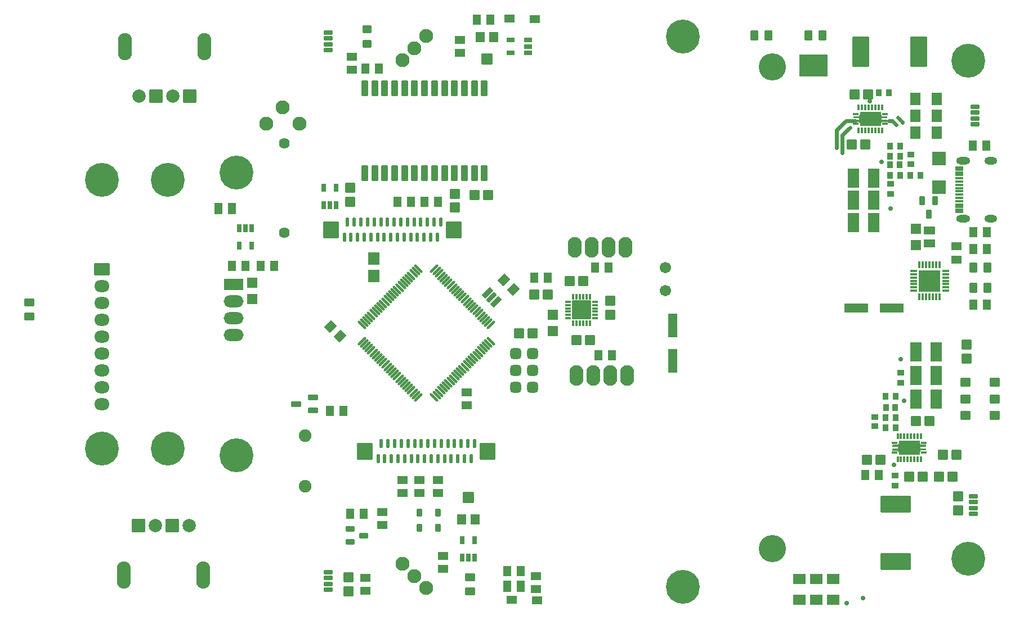
<source format=gts>
G04 Layer: TopSolderMaskLayer*
G04 EasyEDA Pro v2.2.40.8, 2025-09-21 19:38:57*
G04 Gerber Generator version 0.3*
G04 Scale: 100 percent, Rotated: No, Reflected: No*
G04 Dimensions in millimeters*
G04 Leading zeros omitted, absolute positions, 4 integers and 5 decimals*
G04 Generated by one-click*
%FSLAX45Y45*%
%MOMM*%
%AMRoundRect*1,1,$1,$2,$3*1,1,$1,$4,$5*1,1,$1,0-$2,0-$3*1,1,$1,0-$4,0-$5*20,1,$1,$2,$3,$4,$5,0*20,1,$1,$4,$5,0-$2,0-$3,0*20,1,$1,0-$2,0-$3,0-$4,0-$5,0*20,1,$1,0-$4,0-$5,$2,$3,0*4,1,4,$2,$3,$4,$5,0-$2,0-$3,0-$4,0-$5,$2,$3,0*%
%AMOval*1,1,$1,$2,$3*1,1,$1,$4,$5*20,1,$1,$2,$3,$4,$5,0*%
%ADD10C,0.6096*%
%ADD11C,5.102*%
%ADD12O,2.102X4.102*%
%ADD13C,0.7116*%
%ADD14RoundRect,0.09387X-0.57013X0.69237X0.57013X0.69237*%
%ADD15RoundRect,0.09387X-0.69237X-0.57013X-0.69237X0.57013*%
%ADD16C,1.9016*%
%ADD17RoundRect,0.1742X-0.64366X-0.36866X-0.64366X0.36866*%
%ADD18RoundRect,0.16588X-0.64366X-0.36866X-0.64366X0.36866*%
%ADD19Oval,0.38161X-0.46669X0.46669X0.46669X-0.46669*%
%ADD20Oval,0.38161X-0.46669X-0.46669X0.46669X0.46669*%
%ADD21RoundRect,0.08982X-0.80429X-0.33545X0.33629X0.80394*%
%ADD22RoundRect,0.08722X-0.75311X-0.38851X0.3893X0.75271*%
%ADD23RoundRect,0.09387X-0.08643X-0.89272X-0.89272X-0.08643*%
%ADD24RoundRect,0.09495X-0.70833X0.67833X0.70833X0.67833*%
%ADD25RoundRect,0.09302X-0.50429X0.70406X0.50429X0.70406*%
%ADD26RoundRect,0.08692X-0.60734X-0.25734X-0.60734X0.25734*%
%ADD27RoundRect,0.87365X-0.38897X-0.38897X-0.38897X0.38897*%
%ADD28RoundRect,0.08449X-0.20856X0.63356X0.20856X0.63356*%
%ADD29RoundRect,0.0973X-1.10215X1.20215X1.10215X1.20215*%
%ADD30C,4.10002*%
%ADD31RoundRect,0.09495X-0.67833X-0.70833X-0.67833X0.70833*%
%ADD32O,0.90002X0.38003*%
%ADD33O,0.38003X0.90002*%
%ADD34RoundRect,0.09658X-1.35172X-1.35172X-1.35172X1.35172*%
%ADD35RoundRect,0.09302X-0.62929X-0.50429X-0.62929X0.50429*%
%ADD36RoundRect,0.08752X-0.30625X-0.55625X-0.30625X0.55625*%
%ADD37RoundRect,0.09093X-0.45455X1.10455X0.45455X1.10455*%
%ADD38O,0.38161X1.05161*%
%ADD39O,1.05161X0.38161*%
%ADD40RoundRect,0.09852X-1.57654X-1.57654X-1.57654X1.57654*%
%ADD41RoundRect,0.09499X-0.68275X-0.7533X-0.68275X0.7533*%
%ADD42RoundRect,0.09288X-0.70357X-0.60357X-0.70357X0.60357*%
%ADD43RoundRect,0.17384X-0.78968X-0.51468X-0.78968X0.51468*%
%ADD44RoundRect,0.09549X-0.86705X-0.74556X-0.86705X0.74556*%
%ADD45RoundRect,0.09598X-0.82031X1.35281X0.82031X1.35281*%
%ADD46RoundRect,0.07749X-0.13319X0.36127X0.13319X0.36127*%
%ADD47RoundRect,0.07749X-0.36127X0.13319X0.36127X0.13319*%
%ADD48C,0.61*%
%ADD49RoundRect,0.09549X-0.74556X0.86705X0.74556X0.86705*%
%ADD50RoundRect,0.08692X-0.57734X-0.25734X-0.57734X0.25734*%
%ADD51RoundRect,0.08109X-0.58026X-0.16026X-0.58026X0.16026*%
%ADD52O,2.1016X1.1016*%
%ADD53O,1.9016X1.1016*%
%ADD54RoundRect,0.09669X-0.95245X0.95245X0.95245X0.95245*%
%ADD55C,2.0016*%
%ADD56RoundRect,0.09763X-1.20198X2.20198X1.20198X2.20198*%
%ADD57RoundRect,0.09763X-2.20198X-1.20198X-2.20198X1.20198*%
%ADD58RoundRect,0.09164X-0.45518X-0.40518X-0.45518X0.40518*%
%ADD59RoundRect,0.09138X-0.40835X0.43711X0.40835X0.43711*%
%ADD60RoundRect,0.09164X-0.40518X0.45518X0.40518X0.45518*%
%ADD61RoundRect,0.09138X-0.43711X-0.40835X-0.43711X0.40835*%
%ADD62RoundRect,0.09459X-1.7537X0.6037X1.7537X0.6037*%
%ADD63RoundRect,0.09459X-0.6037X-1.7537X-0.6037X1.7537*%
%ADD64C,1.7016*%
%ADD65RoundRect,0.09728X-1.00236X-1.00236X-1.00236X1.00236*%
%ADD66RoundRect,0.0911X-0.38046X-0.50545X-0.38046X0.50545*%
%ADD67RoundRect,0.09017X-0.35571X-0.63072X-0.35571X0.63072*%
%ADD68O,2.102X3.102*%
%ADD69R,3.0X1.8*%
%ADD70O,3.0X1.8*%
%ADD71C,2.1016*%
%ADD72RoundRect,0.09302X-0.70406X-0.50429X-0.70406X0.50429*%
%ADD73RoundRect,0.09017X-0.63072X0.35571X0.63072X0.35571*%
%ADD74RoundRect,0.09594X-0.81284X-0.89534X-0.81284X0.89534*%
%ADD75RoundRect,0.09654X-1.10273X-0.85273X-1.10273X0.85273*%
%ADD76O,2.302X1.802*%
%ADD77RoundRect,0.17384X-0.51468X0.78968X0.51468X0.78968*%
%ADD78C,1.62403*%
%ADD79C,2.102*%
%ADD80RoundRect,0.08906X-0.30647X-0.55647X-0.30647X0.55647*%
%ADD81RoundRect,0.09623X-0.80288X0.80288X0.80288X0.80288*%
%ADD82RoundRect,0.09459X-0.60365X0.7537X0.60365X0.7537*%
%ADD83RoundRect,0.08906X-0.55647X0.30647X0.55647X0.30647*%
%ADD84RoundRect,0.09402X-0.72549X-0.55399X-0.72549X0.55399*%
G75*


G04 PolygonModel Start*
G54D10*
G01X11274280Y7389904D02*
G01X11322800Y7389904D01*
G01X11386265Y7326440D01*
G01X11407399Y7441799D02*
G01X11480800Y7368398D01*
G01X11480800Y7366000D01*
G01X10769600Y7391400D02*
G01X10629737Y7391400D01*
G01X10488958Y7250621D01*
G01X10488958Y6985001D01*
G01X10693400Y7289800D02*
G01X10575000Y7173562D01*
G01X10575000Y6904544D01*

G04 Rect Start*
G36*
G01X9930409Y8058562D02*
G01X9930409Y8388560D01*
G01X10357262Y8388560D01*
G01X10357262Y8058562D01*
G01X9930409Y8058562D01*
G37*
G04 Rect End*

G04 Pad Start*
G54D11*
G01X431800Y6502400D03*
G01X1463040Y2346960D03*
G01X426720Y2453640D03*
G01X1463040Y6609080D03*
G54D12*
G01X-228600Y546100D03*
G01X965200Y546100D03*
G01X977900Y8509000D03*
G01X-215900Y8509000D03*
G54D11*
G01X12473376Y793572D03*
G54D13*
G01X11455400Y3799764D03*
G01X11303000Y6070600D03*
G01X10883900Y203200D03*
G01X10642600Y127000D03*
G01X11557879Y2032000D03*
G01X11353800Y2209800D03*
G01X11506200Y3175000D03*
G01X11163300Y6769100D03*
G01X10985500Y7683500D03*
G54D11*
G01X8178800Y8661400D03*
G01X8178800Y370840D03*
G01X12473376Y8293583D03*
G01X-558800Y6502400D03*
G01X-563880Y2453640D03*
G54D14*
G01X3887800Y6172200D03*
G01X4087800Y6172200D03*
G54D15*
G01X3200400Y8355000D03*
G01X3200400Y8155000D03*
G54D16*
G01X2499360Y2645677D03*
G01X2499360Y1885683D03*
G54D18*
G01X2364227Y3124200D03*
G01X2614163Y3219196D03*
G01X2614163Y3029204D03*
G54D14*
G01X3071800Y3022600D03*
G01X2871800Y3022600D03*
G54D19*
G01X4438210Y3222264D03*
G01X4473574Y3257628D03*
G01X4508920Y3292974D03*
G01X4544285Y3328339D03*
G01X4579631Y3363685D03*
G01X4614995Y3399049D03*
G01X4650341Y3434395D03*
G01X4685706Y3469760D03*
G01X4721052Y3505106D03*
G01X4756416Y3540470D03*
G01X4791762Y3575817D03*
G01X4827127Y3611181D03*
G01X4862473Y3646527D03*
G01X4897837Y3681891D03*
G01X4933183Y3717238D03*
G01X4968548Y3752602D03*
G01X5003894Y3787948D03*
G01X5039258Y3823312D03*
G01X5074605Y3858659D03*
G01X5109969Y3894023D03*
G01X5145315Y3929369D03*
G01X5180679Y3964733D03*
G01X5216026Y4000080D03*
G01X5251390Y4035444D03*
G01X5286736Y4070790D03*
G54D20*
G01X5286736Y4311210D03*
G01X5251390Y4346556D03*
G01X5216026Y4381920D03*
G01X5180679Y4417267D03*
G01X5145315Y4452631D03*
G01X5109969Y4487977D03*
G01X5074605Y4523341D03*
G01X5039258Y4558688D03*
G01X5003894Y4594052D03*
G01X4968548Y4629398D03*
G01X4933183Y4664762D03*
G01X4897837Y4700109D03*
G01X4862473Y4735473D03*
G01X4827127Y4770819D03*
G01X4791762Y4806183D03*
G01X4756416Y4841530D03*
G01X4721052Y4876894D03*
G01X4685706Y4912240D03*
G01X4650341Y4947605D03*
G01X4614995Y4982951D03*
G01X4579631Y5018315D03*
G01X4544285Y5053661D03*
G01X4508920Y5089026D03*
G01X4473574Y5124372D03*
G01X4438210Y5159736D03*
G54D19*
G01X4197790Y5159736D03*
G01X4162444Y5124390D03*
G01X4127080Y5089026D03*
G01X4091733Y5053679D03*
G01X4056369Y5018315D03*
G01X4021023Y4982969D03*
G01X3985659Y4947605D03*
G01X3950312Y4912258D03*
G01X3914948Y4876894D03*
G01X3879602Y4841548D03*
G01X3844238Y4806183D03*
G01X3808891Y4770837D03*
G01X3773527Y4735473D03*
G01X3738181Y4700127D03*
G01X3702817Y4664762D03*
G01X3667470Y4629416D03*
G01X3632106Y4594052D03*
G01X3596760Y4558706D03*
G01X3561395Y4523341D03*
G01X3526049Y4487995D03*
G01X3490685Y4452631D03*
G01X3455339Y4417285D03*
G01X3419974Y4381920D03*
G01X3384628Y4346574D03*
G01X3349264Y4311210D03*
G54D20*
G01X3349264Y4070790D03*
G01X3384628Y4035426D03*
G01X3419974Y4000080D03*
G01X3455339Y3964715D03*
G01X3490685Y3929369D03*
G01X3526049Y3894005D03*
G01X3561395Y3858659D03*
G01X3596760Y3823294D03*
G01X3632106Y3787948D03*
G01X3667470Y3752584D03*
G01X3702817Y3717238D03*
G01X3738181Y3681873D03*
G01X3773527Y3646527D03*
G01X3808891Y3611163D03*
G01X3844238Y3575817D03*
G01X3879602Y3540452D03*
G01X3914948Y3505106D03*
G01X3950312Y3469742D03*
G01X3985659Y3434395D03*
G01X4021023Y3399031D03*
G01X4056369Y3363685D03*
G01X4091733Y3328321D03*
G01X4127080Y3292974D03*
G01X4162444Y3257610D03*
G01X4197790Y3222264D03*
G54D21*
G01X5369390Y4663546D03*
G54D22*
G01X5302250Y4730750D03*
G54D21*
G01X5235110Y4797954D03*
G54D23*
G01X5485539Y4991961D03*
G01X5626961Y4850539D03*
G54D14*
G01X12749200Y5715000D03*
G01X12549200Y5715000D03*
G01X12536500Y7016750D03*
G01X12736500Y7016750D03*
G54D24*
G01X11581003Y2032000D03*
G01X11786997Y2032000D03*
G54D15*
G01X4211320Y1779600D03*
G01X4211320Y1979600D03*
G01X4495800Y1779600D03*
G01X4495800Y1979600D03*
G54D14*
G01X5945200Y5029200D03*
G01X6145200Y5029200D03*
G54D25*
G01X9254871Y8674100D03*
G01X9464929Y8674100D03*
G01X10277729Y8674100D03*
G01X10067671Y8674100D03*
G54D26*
G01X12573000Y7595095D03*
G01X12573000Y7510107D03*
G01X12573000Y7425093D03*
G01X12573000Y7340105D03*
G01X12547600Y1727695D03*
G01X12547600Y1642707D03*
G01X12547600Y1557693D03*
G01X12547600Y1472705D03*
G01X2844800Y329705D03*
G01X2844800Y414693D03*
G01X2844800Y499707D03*
G01X2844800Y584695D03*
G01X2844800Y8457705D03*
G01X2844800Y8542693D03*
G01X2844800Y8627707D03*
G01X2844800Y8712695D03*
G54D27*
G01X5664200Y3886199D03*
G01X5918200Y3886199D03*
G01X5664200Y3632200D03*
G01X5918200Y3632200D03*
G01X5664200Y3378201D03*
G01X5918200Y3378201D03*
G54D28*
G01X4443006Y2525509D03*
G01X4392994Y2300491D03*
G01X4343006Y2525509D03*
G01X4292994Y2300491D03*
G01X4243007Y2525509D03*
G01X4192994Y2300491D03*
G54D29*
G01X3392996Y2413013D03*
G01X5243005Y2413013D03*
G54D28*
G01X4143007Y2525484D03*
G01X4092994Y2300491D03*
G01X4043007Y2525484D03*
G01X3992994Y2300491D03*
G01X3943007Y2525484D03*
G01X3892995Y2300491D03*
G01X3843007Y2525484D03*
G01X3792995Y2300491D03*
G01X3742982Y2525484D03*
G01X3692995Y2300491D03*
G01X3642982Y2525484D03*
G01X3592995Y2300491D03*
G01X4492968Y2300491D03*
G01X4542981Y2525509D03*
G01X4592993Y2300491D03*
G01X4642980Y2525509D03*
G01X4692993Y2300491D03*
G01X4743006Y2525509D03*
G01X4792993Y2300491D03*
G01X4843005Y2525509D03*
G01X4892993Y2300491D03*
G01X4943005Y2525509D03*
G01X4992992Y2300491D03*
G01X5043005Y2525509D03*
G01X3935006Y5859259D03*
G01X3884994Y5634241D03*
G01X3835006Y5859259D03*
G01X3784994Y5634241D03*
G01X3735007Y5859259D03*
G01X3684994Y5634241D03*
G54D29*
G01X2884996Y5746763D03*
G01X4735005Y5746763D03*
G54D28*
G01X3635007Y5859234D03*
G01X3584994Y5634241D03*
G01X3535007Y5859234D03*
G01X3484994Y5634241D03*
G01X3435007Y5859234D03*
G01X3384995Y5634241D03*
G01X3335007Y5859234D03*
G01X3284995Y5634241D03*
G01X3234982Y5859234D03*
G01X3184995Y5634241D03*
G01X3134982Y5859234D03*
G01X3084995Y5634241D03*
G01X3984968Y5634241D03*
G01X4034981Y5859259D03*
G01X4084993Y5634241D03*
G01X4134980Y5859259D03*
G01X4184993Y5634241D03*
G01X4235006Y5859259D03*
G01X4284993Y5634241D03*
G01X4335005Y5859259D03*
G01X4384993Y5634241D03*
G01X4435005Y5859259D03*
G01X4484992Y5634241D03*
G01X4535005Y5859259D03*
G54D15*
G01X4927600Y3100400D03*
G01X4927600Y3300400D03*
G54D30*
G01X9525000Y8196986D03*
G01X9525000Y947014D03*
G54D24*
G01X5942203Y4775200D03*
G01X6148197Y4775200D03*
G01X6475603Y4978400D03*
G01X6681597Y4978400D03*
G54D31*
G01X7086600Y4469003D03*
G01X7086600Y4674997D03*
G54D24*
G01X6783197Y4089400D03*
G01X6577203Y4089400D03*
G54D32*
G01X6853366Y4413521D03*
G01X6853366Y4463508D03*
G01X6853366Y4513520D03*
G01X6853366Y4563508D03*
G01X6853366Y4613520D03*
G01X6853366Y4663507D03*
G54D33*
G01X6778360Y4738514D03*
G01X6728372Y4738514D03*
G01X6678360Y4738514D03*
G01X6628373Y4738514D03*
G01X6578360Y4738514D03*
G01X6528373Y4738514D03*
G54D32*
G01X6453367Y4663507D03*
G01X6453367Y4613520D03*
G01X6453367Y4563508D03*
G01X6453367Y4513520D03*
G01X6453367Y4463508D03*
G01X6453367Y4414308D03*
G54D33*
G01X6528373Y4338514D03*
G01X6578360Y4338514D03*
G01X6628373Y4338514D03*
G01X6678360Y4338514D03*
G01X6728372Y4338514D03*
G01X6778360Y4338514D03*
G54D34*
G01X6653366Y4539759D03*
G54D14*
G01X7059600Y5181600D03*
G01X6859600Y5181600D03*
G01X7110400Y3860800D03*
G01X6910400Y3860800D03*
G01X4294200Y6172200D03*
G01X4494200Y6172200D03*
G54D35*
G01X3429010Y8551398D03*
G01X3429010Y8771412D03*
G54D36*
G01X2870190Y6118393D03*
G01X2964195Y6118393D03*
G01X2776184Y6118393D03*
G01X2964195Y6378412D03*
G01X2776184Y6378412D03*
G54D24*
G01X5040503Y6273800D03*
G01X5246497Y6273800D03*
G54D31*
G01X3175000Y6170803D03*
G01X3175000Y6376797D03*
G54D37*
G01X3392602Y6598996D03*
G01X3542589Y6598996D03*
G01X3692601Y6598996D03*
G01X3842588Y6598996D03*
G01X3992601Y6598996D03*
G01X4142588Y6598996D03*
G01X4292600Y6598996D03*
G01X4442612Y6598996D03*
G01X4592599Y6598996D03*
G01X4742612Y6598996D03*
G01X4892599Y6598996D03*
G01X5042611Y6598996D03*
G01X5192598Y6598996D03*
G01X3392602Y7879004D03*
G01X3542589Y7879004D03*
G01X3692601Y7879004D03*
G01X3842588Y7879004D03*
G01X3992601Y7879004D03*
G01X4142588Y7879004D03*
G01X4292600Y7879004D03*
G01X4442612Y7879004D03*
G01X4592599Y7879004D03*
G01X4742612Y7879004D03*
G01X4892599Y7879004D03*
G01X5042611Y7879004D03*
G01X5192598Y7879004D03*
G54D25*
G01X12544171Y4876800D03*
G01X12754229Y4876800D03*
G54D14*
G01X12749200Y4622800D03*
G01X12549200Y4622800D03*
G01X12749200Y5461000D03*
G01X12549200Y5461000D03*
G54D24*
G01X12025503Y2032000D03*
G01X12231497Y2032000D03*
G54D38*
G01X12037327Y5220907D03*
G01X11987289Y5220907D03*
G01X11937251Y5220907D03*
G01X11887213Y5220907D03*
G01X11837175Y5220907D03*
G01X11787137Y5220907D03*
G01X11737099Y5220907D03*
G54D39*
G01X11644694Y5128527D03*
G01X11644694Y5078489D03*
G01X11644694Y5028451D03*
G01X11644694Y4978413D03*
G01X11644694Y4928375D03*
G01X11644694Y4878337D03*
G01X11644694Y4828299D03*
G54D38*
G01X11737099Y4735894D03*
G01X11787137Y4735894D03*
G01X11837175Y4735894D03*
G01X11887213Y4735894D03*
G01X11937251Y4735894D03*
G01X11987289Y4735894D03*
G01X12037327Y4735894D03*
G54D39*
G01X12129707Y4828299D03*
G01X12129707Y4878337D03*
G01X12129707Y4928375D03*
G01X12129707Y4978413D03*
G01X12129707Y5028451D03*
G01X12129707Y5078489D03*
G01X12129707Y5128527D03*
G54D40*
G01X11887213Y4978413D03*
G54D41*
G01X11684000Y5518810D03*
G01X11684000Y5758790D03*
G54D25*
G01X12544171Y5181600D03*
G01X12754229Y5181600D03*
G54D42*
G01X12869202Y2950401D03*
G01X12869202Y3200387D03*
G01X12869202Y3450400D03*
G01X12429198Y2950401D03*
G01X12429198Y3200387D03*
G01X12429198Y3450400D03*
G54D43*
G01X11887200Y5538800D03*
G01X11887200Y5738800D03*
G54D44*
G01X9931400Y489458D03*
G01X9931400Y170942D03*
G01X10185400Y489458D03*
G01X10185400Y170942D03*
G01X10439400Y489458D03*
G01X10439400Y170942D03*
G54D45*
G01X11684660Y3200400D03*
G01X11988140Y3200400D03*
G01X11684660Y3911600D03*
G01X11988140Y3911600D03*
G01X11684660Y3556000D03*
G01X11988140Y3556000D03*
G54D24*
G01X11685600Y2870200D03*
G01X11885600Y2870200D03*
G54D14*
G01X10923600Y2057400D03*
G01X11123600Y2057400D03*
G54D46*
G01X11407600Y2291080D03*
G01X11457600Y2291080D03*
G01X11507600Y2291080D03*
G01X11557599Y2291080D03*
G01X11607597Y2291080D03*
G54D47*
G01X11800898Y2388799D03*
G01X11800898Y2538799D03*
G54D46*
G01X11757599Y2636520D03*
G01X11707599Y2636520D03*
G01X11657599Y2636520D03*
G01X11607597Y2636520D03*
G01X11557599Y2636520D03*
G54D47*
G01X11363902Y2538799D03*
G01X11363902Y2388799D03*
G54D46*
G01X11657597Y2291080D03*
G01X11507600Y2636520D03*
G01X11707597Y2291080D03*
G01X11757597Y2291080D03*
G01X11457600Y2636520D03*
G01X11407600Y2636520D03*
G36*
G01X11735001Y2357399D02*
G01X11430198Y2357199D01*
G01X11426662Y2358664D01*
G01X11425197Y2362200D01*
G01X11425197Y2402098D01*
G01X11420399Y2402098D01*
G01X11416853Y2403572D01*
G01X11415398Y2407125D01*
G01X11415471Y2421400D01*
G01X11334298Y2421400D01*
G01X11330761Y2422865D01*
G01X11329297Y2426401D01*
G01X11329398Y2449522D01*
G01X11330871Y2453044D01*
G01X11334399Y2454501D01*
G01X11415581Y2454408D01*
G01X11415515Y2473116D01*
G01X11333882Y2473399D01*
G01X11330357Y2474870D01*
G01X11328898Y2478400D01*
G01X11328898Y2501400D01*
G01X11330354Y2504928D01*
G01X11333876Y2506401D01*
G01X11415377Y2506779D01*
G01X11415599Y2520381D01*
G01X11417074Y2523847D01*
G01X11420548Y2525301D01*
G01X11425208Y2525349D01*
G01X11425296Y2565411D01*
G01X11426765Y2568940D01*
G01X11430297Y2570401D01*
G01X11734998Y2570401D01*
G01X11738546Y2568924D01*
G01X11739999Y2565366D01*
G01X11739733Y2525900D01*
G01X11744498Y2525900D01*
G01X11748006Y2524463D01*
G01X11749498Y2520978D01*
G01X11749720Y2506901D01*
G01X11830898Y2506901D01*
G01X11834435Y2505436D01*
G01X11835900Y2501900D01*
G01X11835900Y2478499D01*
G01X11834435Y2474963D01*
G01X11830898Y2473498D01*
G01X11749552Y2473498D01*
G01X11749746Y2455101D01*
G01X11830898Y2455101D01*
G01X11834435Y2453636D01*
G01X11835900Y2450099D01*
G01X11835900Y2426701D01*
G01X11834435Y2423164D01*
G01X11830898Y2421700D01*
G01X11749578Y2421700D01*
G01X11749798Y2407778D01*
G01X11748362Y2404191D01*
G01X11744797Y2402698D01*
G01X11739999Y2402698D01*
G01X11739999Y2362401D01*
G01X11738536Y2358865D01*
G01X11735001Y2357399D01*
G37*
G54D48*
G01X11475720Y2463800D03*
G01X11673840Y2463800D03*
G01X11542179Y2403218D03*
G01X11542179Y2464178D03*
G01X11542179Y2525138D03*
G01X11607361Y2403218D03*
G01X11607361Y2464178D03*
G01X11607361Y2525138D03*
G54D49*
G01X11677142Y7721600D03*
G01X11995658Y7721600D03*
G01X11677142Y7467600D03*
G01X11995658Y7467600D03*
G01X11677142Y7213600D03*
G01X11995658Y7213600D03*
G54D45*
G01X11048340Y6527800D03*
G01X10744860Y6527800D03*
G01X11048340Y6197600D03*
G01X10744860Y6197600D03*
G01X11048340Y5854700D03*
G01X10744860Y5854700D03*
G54D24*
G01X10920400Y7035800D03*
G01X10720400Y7035800D03*
G54D46*
G01X11173000Y7589520D03*
G01X11123000Y7589520D03*
G01X11073000Y7589520D03*
G01X11023001Y7589520D03*
G01X10973003Y7589520D03*
G54D47*
G01X10779702Y7491801D03*
G01X10779702Y7341801D03*
G54D46*
G01X10823001Y7244080D03*
G01X10873001Y7244080D03*
G01X10923001Y7244080D03*
G01X10973003Y7244080D03*
G01X11023001Y7244080D03*
G54D47*
G01X11216698Y7341801D03*
G01X11216698Y7491801D03*
G54D46*
G01X10923003Y7589520D03*
G01X11073000Y7244080D03*
G01X10873003Y7589520D03*
G01X10823004Y7589520D03*
G01X11123000Y7244080D03*
G01X11173000Y7244080D03*
G36*
G01X11150303Y7310199D02*
G01X10845602Y7310199D01*
G01X10842054Y7311676D01*
G01X10840601Y7315234D01*
G01X10840867Y7354700D01*
G01X10836102Y7354700D01*
G01X10832594Y7356137D01*
G01X10831102Y7359622D01*
G01X10830880Y7373699D01*
G01X10749702Y7373699D01*
G01X10746165Y7375164D01*
G01X10744700Y7378700D01*
G01X10744700Y7402101D01*
G01X10746165Y7405637D01*
G01X10749702Y7407102D01*
G01X10831048Y7407102D01*
G01X10830854Y7425500D01*
G01X10749702Y7425500D01*
G01X10746165Y7426964D01*
G01X10744700Y7430501D01*
G01X10744700Y7453899D01*
G01X10746165Y7457436D01*
G01X10749702Y7458901D01*
G01X10831022Y7458901D01*
G01X10830802Y7472822D01*
G01X10832238Y7476409D01*
G01X10835803Y7477902D01*
G01X10840601Y7477902D01*
G01X10840601Y7518199D01*
G01X10842064Y7521735D01*
G01X10845599Y7523201D01*
G01X11150402Y7523401D01*
G01X11153938Y7521936D01*
G01X11155403Y7518400D01*
G01X11155403Y7478502D01*
G01X11160201Y7478502D01*
G01X11163747Y7477028D01*
G01X11165202Y7473475D01*
G01X11165129Y7459200D01*
G01X11246302Y7459200D01*
G01X11249839Y7457735D01*
G01X11251303Y7454199D01*
G01X11251202Y7431078D01*
G01X11249729Y7427556D01*
G01X11246201Y7426099D01*
G01X11165019Y7426192D01*
G01X11165085Y7407484D01*
G01X11246718Y7407201D01*
G01X11250243Y7405730D01*
G01X11251702Y7402200D01*
G01X11251702Y7379200D01*
G01X11250246Y7375672D01*
G01X11246724Y7374199D01*
G01X11165223Y7373821D01*
G01X11165001Y7360219D01*
G01X11163526Y7356753D01*
G01X11160052Y7355299D01*
G01X11155392Y7355251D01*
G01X11155304Y7315189D01*
G01X11153835Y7311660D01*
G01X11150303Y7310199D01*
G37*
G54D50*
G01X12335675Y6669989D03*
G01X12335675Y6590005D03*
G54D51*
G01X12335675Y6525006D03*
G01X12335599Y6474968D03*
G01X12335675Y6425006D03*
G01X12335675Y6374994D03*
G01X12335675Y6325006D03*
G01X12335675Y6274994D03*
G01X12335675Y6225007D03*
G01X12335599Y6174994D03*
G54D50*
G01X12335675Y6109995D03*
G01X12335675Y6030011D03*
G54D52*
G01X12392419Y5917997D03*
G01X12392393Y6782003D03*
G54D53*
G01X12810401Y6782003D03*
G01X12810401Y5917997D03*
G54D41*
G01X6223000Y4463390D03*
G01X6223000Y4223410D03*
G01X1701800Y4945990D03*
G01X1701800Y4706010D03*
G54D31*
G01X4752233Y6286818D03*
G01X4752233Y6080824D03*
G54D54*
G01X495300Y1295400D03*
G54D55*
G01X749300Y1295400D03*
G54D54*
G01X762000Y7759700D03*
G54D55*
G01X508000Y7759700D03*
G54D54*
G01X254000Y7759700D03*
G54D55*
G01X0Y7759700D03*
G54D54*
G01X-8989Y1295400D03*
G54D55*
G01X245011Y1295400D03*
G54D56*
G01X10855312Y8432800D03*
G01X11725288Y8432800D03*
G54D57*
G01X11379200Y1616088D03*
G01X11379200Y746112D03*
G54D58*
G01X11061700Y2787498D03*
G01X11061700Y2927502D03*
G01X11607800Y6737198D03*
G01X11607800Y6877202D03*
G54D59*
G01X11441836Y6858000D03*
G01X11291164Y6858000D03*
G01X11227664Y2921000D03*
G01X11378336Y2921000D03*
G01X11227664Y2768600D03*
G01X11378336Y2768600D03*
G01X11441836Y7010400D03*
G01X11291164Y7010400D03*
G54D60*
G01X11436502Y6731000D03*
G01X11296498Y6731000D03*
G01X11232998Y3073400D03*
G01X11373002Y3073400D03*
G54D61*
G01X11455400Y3442564D03*
G01X11455400Y3593236D03*
G54D59*
G01X11227664Y3238500D03*
G01X11378336Y3238500D03*
G54D61*
G01X11303000Y6438036D03*
G01X11303000Y6287364D03*
G54D59*
G01X11441836Y6565900D03*
G01X11291164Y6565900D03*
G01X11746636Y6565900D03*
G01X11595964Y6565900D03*
G54D24*
G01X10755503Y7785100D03*
G01X10961497Y7785100D03*
G54D59*
G01X11126064Y7810500D03*
G01X11276736Y7810500D03*
G54D24*
G01X11151997Y2286000D03*
G01X10946003Y2286000D03*
G01X12294997Y2362200D03*
G01X12089003Y2362200D03*
G54D61*
G01X11366500Y2043836D03*
G01X11366500Y1893164D03*
G54D62*
G01X10782013Y4572013D03*
G01X11315997Y4572013D03*
G54D63*
G01X8026413Y4305587D03*
G01X8026413Y3771603D03*
G54D64*
G01X7912100Y4828794D03*
G01X7912100Y5178806D03*
G54D31*
G01X12446000Y3808603D03*
G01X12446000Y4014597D03*
G54D65*
G01X12026900Y6384011D03*
G01X12026900Y6823989D03*
G54D66*
G01X4216400Y1488859D03*
G01X4216400Y1254341D03*
G01X4495800Y1254341D03*
G01X4495800Y1488859D03*
G54D15*
G01X3962400Y1779600D03*
G01X3962400Y1979600D03*
G01X12293600Y5297500D03*
G01X12293600Y5497500D03*
G54D67*
G01X11969496Y6183300D03*
G01X11779504Y6183300D03*
G01X11874500Y5983300D03*
G54D68*
G01X7315200Y5486400D03*
G01X7061200Y5486400D03*
G01X6807200Y5486400D03*
G01X6553200Y5486400D03*
G01X6578600Y3556000D03*
G01X6832600Y3556000D03*
G01X7086600Y3556000D03*
G01X7340600Y3556000D03*
G54D69*
G01X1422400Y4927599D03*
G54D70*
G01X1422400Y4673600D03*
G01X1422400Y4419600D03*
G01X1422400Y4165601D03*
G54D71*
G01X3960595Y713005D03*
G01X4140200Y533400D03*
G01X4319805Y353795D03*
G01X3960595Y8303995D03*
G01X4140200Y8483600D03*
G01X4319805Y8663205D03*
G54D31*
G01X12319000Y1728597D03*
G01X12319000Y1522603D03*
G01X3149600Y303403D03*
G01X3149600Y509397D03*
G54D72*
G01X-1651000Y4651629D03*
G01X-1651000Y4441571D03*
G01X4978400Y511429D03*
G01X4978400Y301371D03*
G54D73*
G01X3176600Y1237996D03*
G01X3176600Y1048004D03*
G01X3376600Y1143000D03*
G54D14*
G01X3376600Y1473200D03*
G01X3176600Y1473200D03*
G54D15*
G01X3657600Y1297000D03*
G01X3657600Y1497000D03*
G54D14*
G01X3605200Y8178800D03*
G01X3405200Y8178800D03*
G54D23*
G01X2875689Y4287111D03*
G01X3017111Y4145689D03*
G54D15*
G01X3403600Y506400D03*
G01X3403600Y306400D03*
G54D24*
G01X5919597Y4191000D03*
G01X5713603Y4191000D03*
G54D74*
G01X3530600Y5315852D03*
G01X3530600Y5047348D03*
G54D75*
G01X-558800Y5156200D03*
G54D76*
G01X-558800Y4902200D03*
G01X-558800Y4648200D03*
G01X-558800Y4394200D03*
G01X-558800Y4140200D03*
G01X-558800Y3886200D03*
G01X-558800Y3632200D03*
G01X-558800Y3378200D03*
G01X-558800Y3124200D03*
G54D77*
G01X1395400Y6070600D03*
G01X1195400Y6070600D03*
G54D14*
G01X1598600Y5207000D03*
G01X1398600Y5207000D03*
G01X1830400Y5207000D03*
G01X2030400Y5207000D03*
G54D78*
G01X2184400Y7050405D03*
G01X2184400Y5700395D03*
G54D79*
G01X2159000Y7592601D03*
G01X2409000Y7342602D03*
G01X1909001Y7342602D03*
G54D80*
G01X1695196Y5508790D03*
G01X1505204Y5508790D03*
G01X1505204Y5768810D03*
G01X1600200Y5768810D03*
G01X1695196Y5768810D03*
G54D77*
G01X5738800Y381000D03*
G01X5538800Y381000D03*
G54D14*
G01X5738800Y609600D03*
G01X5538800Y609600D03*
G54D15*
G01X4572000Y836600D03*
G01X4572000Y636600D03*
G01X5969000Y331800D03*
G01X5969000Y531800D03*
G54D80*
G01X4858004Y1069810D03*
G01X5047996Y1069810D03*
G01X5047996Y809790D03*
G01X4953000Y809790D03*
G01X4858004Y809790D03*
G54D81*
G01X4953000Y1714398D03*
G54D82*
G01X5053000Y1384402D03*
G01X4853000Y1384402D03*
G54D15*
G01X4826000Y8609000D03*
G01X4826000Y8409000D03*
G54D14*
G01X5281600Y8915400D03*
G01X5081600Y8915400D03*
G54D83*
G01X5584990Y8414004D03*
G01X5584990Y8603996D03*
G01X5845010Y8603996D03*
G01X5845010Y8509000D03*
G01X5845010Y8414004D03*
G54D81*
G01X5232400Y8318602D03*
G54D82*
G01X5132400Y8648598D03*
G01X5332400Y8648598D03*
G54D84*
G01X5570651Y8924604D03*
G01X5952450Y8923005D03*
G01X5985800Y168500D03*
G01X5604000Y170100D03*
G04 Pad End*

M02*


</source>
